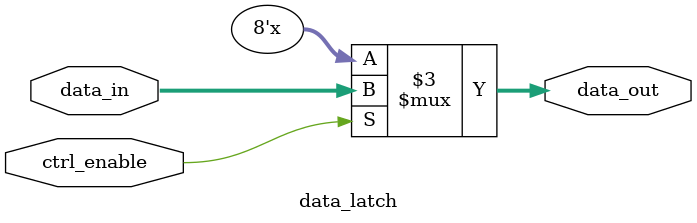
<source format=sv>
module pl_reg_latch #(
    parameter W = 8
) (
    input  wire       gate,
    input  wire       load,
    input  wire [W-1:0] d,
    output wire [W-1:0] q
);
    // 内部连接信号
    wire ctrl_enable;
    
    // 实例化控制逻辑子模块
    control_unit control_inst (
        .gate(gate),
        .load(load),
        .ctrl_enable(ctrl_enable)
    );
    
    // 实例化数据处理子模块
    data_latch #(
        .WIDTH(W)
    ) data_inst (
        .ctrl_enable(ctrl_enable),
        .data_in(d),
        .data_out(q)
    );
    
endmodule

// 控制逻辑子模块
module control_unit (
    input  wire gate,
    input  wire load,
    output wire ctrl_enable
);
    // 控制信号生成逻辑
    assign ctrl_enable = gate & load;
    
endmodule

// 数据处理子模块
module data_latch #(
    parameter WIDTH = 8
) (
    input  wire              ctrl_enable,
    input  wire [WIDTH-1:0]  data_in,
    output reg  [WIDTH-1:0]  data_out
);
    // 数据锁存逻辑
    always @* begin
        if (ctrl_enable) begin
            data_out = data_in;  // 数据透明传递
        end
        // 锁存模式：当ctrl_enable为0时保持当前值
    end
    
endmodule
</source>
